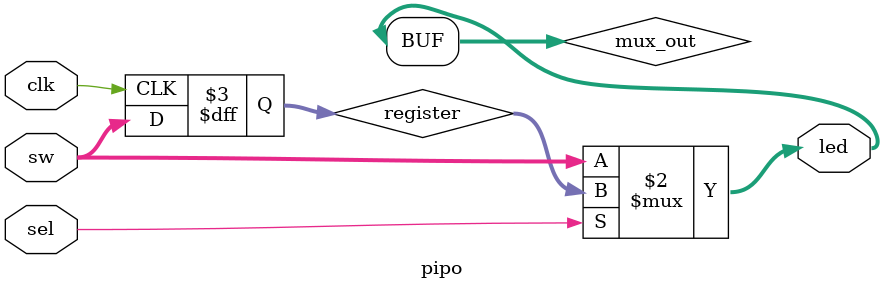
<source format=v>
`timescale 1ns / 1ps

module pipo(
  input  clk,               
  input  sel,              
  input  [7:0] sw,       
  output [7:0] led      
            );
  
reg [7:0] register;
wire [7:0] mux_out;
  
  // PIPO 
  always @(posedge clk) begin   
            register <= sw;
   end
   
  // 2:1 Mux
 assign mux_out = sel ? register : sw;   
 assign led = mux_out;
  
endmodule
</source>
